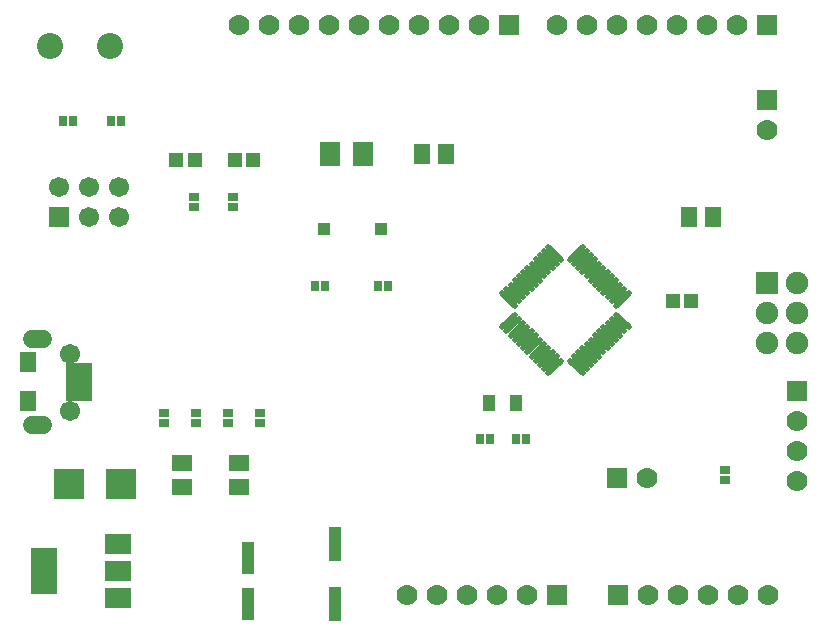
<source format=gts>
G04 ---------------------------- Layer name :TOP SOLDER LAYER*
G04 EasyEDA v5.5.14, Mon, 18 Jun 2018 23:09:04 GMT*
G04 84bf75b42abb48d08708263c728ca580*
G04 Gerber Generator version 0.2*
G04 Scale: 100 percent, Rotated: No, Reflected: No *
G04 Dimensions in inches *
G04 leading zeros omitted , absolute positions ,2 integer and 4 decimal *
%FSLAX24Y24*%
%MOIN*%
G90*
G70D02*

%ADD12C,0.019024*%
%ADD14R,0.047370X0.051307*%
%ADD15R,0.086740X0.025716*%
%ADD16R,0.055240X0.070992*%
%ADD17R,0.102500X0.102500*%
%ADD18R,0.033590X0.031620*%
%ADD19R,0.031620X0.033590*%
%ADD20R,0.039496X0.055240*%
%ADD21R,0.039496X0.106425*%
%ADD22R,0.071000X0.078900*%
%ADD23R,0.065870X0.053670*%
%ADD24R,0.053670X0.065870*%
%ADD25R,0.039496X0.118236*%
%ADD26R,0.086740X0.157606*%
%ADD27R,0.086740X0.067055*%
%ADD28R,0.070000X0.070000*%
%ADD29C,0.070000*%
%ADD30C,0.067055*%
%ADD31R,0.043700X0.043700*%
%ADD32C,0.086740*%
%ADD33C,0.067000*%
%ADD34R,0.067000X0.067000*%
%ADD35R,0.074929X0.074929*%
%ADD36C,0.074929*%
%ADD37C,0.059181*%

%LPD*%
G54D37*
G01X881Y6675D02*
G01X526Y6675D01*
G01X881Y9525D02*
G01X526Y9525D01*
G54D12*
G01X16187Y9926D02*
G01X16610Y10349D01*
G01X16327Y9786D02*
G01X16750Y10209D01*
G01X16466Y9647D02*
G01X16889Y10070D01*
G01X16605Y9508D02*
G01X17028Y9931D01*
G01X16744Y9369D02*
G01X17167Y9792D01*
G01X16883Y9230D02*
G01X17306Y9653D01*
G01X17023Y9091D02*
G01X17446Y9514D01*
G01X17162Y8951D02*
G01X17585Y9374D01*
G01X17301Y8812D02*
G01X17724Y9235D01*
G01X17440Y8673D02*
G01X17863Y9096D01*
G01X17579Y8534D02*
G01X18002Y8957D01*
G01X17719Y8395D02*
G01X18142Y8818D01*
G01X18442Y8818D02*
G01X18865Y8395D01*
G01X18582Y8957D02*
G01X19005Y8534D01*
G01X18721Y9096D02*
G01X19144Y8673D01*
G01X18860Y9235D02*
G01X19283Y8812D01*
G01X18999Y9374D02*
G01X19422Y8951D01*
G01X19138Y9514D02*
G01X19561Y9091D01*
G01X19278Y9653D02*
G01X19701Y9230D01*
G01X19417Y9792D02*
G01X19840Y9369D01*
G01X19556Y9931D02*
G01X19979Y9508D01*
G01X19695Y10070D02*
G01X20118Y9647D01*
G01X19834Y10209D02*
G01X20257Y9786D01*
G01X19974Y10349D02*
G01X20397Y9926D01*
G01X19974Y10649D02*
G01X20397Y11072D01*
G01X19834Y10789D02*
G01X20257Y11212D01*
G01X19695Y10928D02*
G01X20118Y11351D01*
G01X19556Y11067D02*
G01X19979Y11490D01*
G01X19417Y11206D02*
G01X19840Y11629D01*
G01X19278Y11345D02*
G01X19701Y11768D01*
G01X19138Y11485D02*
G01X19561Y11908D01*
G01X18999Y11624D02*
G01X19422Y12047D01*
G01X18860Y11763D02*
G01X19283Y12186D01*
G01X18721Y11902D02*
G01X19144Y12325D01*
G01X18582Y12041D02*
G01X19005Y12464D01*
G01X18442Y12181D02*
G01X18865Y12604D01*
G01X17719Y12604D02*
G01X18142Y12181D01*
G01X17579Y12464D02*
G01X18002Y12041D01*
G01X17440Y12325D02*
G01X17863Y11902D01*
G01X17301Y12186D02*
G01X17724Y11763D01*
G01X17162Y12047D02*
G01X17585Y11624D01*
G01X17023Y11908D02*
G01X17446Y11485D01*
G01X16883Y11768D02*
G01X17306Y11345D01*
G01X16744Y11629D02*
G01X17167Y11206D01*
G01X16605Y11490D02*
G01X17028Y11067D01*
G01X16466Y11351D02*
G01X16889Y10928D01*
G01X16327Y11212D02*
G01X16750Y10789D01*
G01X16187Y11072D02*
G01X16610Y10649D01*
G54D28*
G01X20000Y4900D03*
G54D29*
G01X21000Y4900D03*
G54D14*
G01X7894Y15500D03*
G01X7264Y15500D03*
G54D15*
G01X2075Y7592D03*
G01X2075Y7848D03*
G01X2075Y8104D03*
G01X2075Y8359D03*
G01X2075Y8615D03*
G54D16*
G01X378Y7471D03*
G01X384Y8762D03*
G54D30*
G01X1767Y9048D03*
G01X1767Y7142D03*
G54D28*
G01X25000Y17500D03*
G54D29*
G01X25000Y16500D03*
G54D17*
G01X3469Y4700D03*
G01X1730Y4700D03*
G54D29*
G01X25035Y1017D03*
G01X24035Y1017D03*
G01X23035Y1017D03*
G01X22035Y1017D03*
G01X21035Y1017D03*
G54D28*
G01X20035Y1017D03*
G54D18*
G01X4900Y7069D03*
G01X4900Y6736D03*
G01X7033Y7069D03*
G01X7033Y6736D03*
G01X8100Y7069D03*
G01X8100Y6736D03*
G54D19*
G01X12369Y11300D03*
G01X12035Y11300D03*
G01X9930Y11300D03*
G01X10264Y11300D03*
G54D31*
G01X12160Y13200D03*
G01X10239Y13200D03*
G54D19*
G01X15430Y6200D03*
G01X15764Y6200D03*
G01X16969Y6200D03*
G01X16635Y6200D03*
G54D20*
G01X15746Y7396D03*
G01X16657Y7396D03*
G54D21*
G01X7701Y700D03*
G01X7701Y2250D03*
G54D14*
G01X5306Y15499D03*
G01X5935Y15499D03*
G54D22*
G01X10450Y15700D03*
G01X11550Y15700D03*
G54D14*
G01X22493Y10800D03*
G01X21864Y10800D03*
G54D18*
G01X5900Y14269D03*
G01X5900Y13936D03*
G01X5966Y7069D03*
G01X5966Y6736D03*
G01X7200Y14269D03*
G01X7200Y13936D03*
G54D23*
G01X5500Y5399D03*
G01X5500Y4599D03*
G01X7400Y5399D03*
G01X7400Y4599D03*
G54D32*
G01X3100Y19300D03*
G01X1100Y19300D03*
G54D19*
G01X3130Y16800D03*
G01X3463Y16800D03*
G01X1530Y16800D03*
G01X1863Y16800D03*
G54D33*
G01X3400Y14600D03*
G01X2400Y14600D03*
G01X1400Y14600D03*
G01X3400Y13600D03*
G01X2400Y13600D03*
G54D34*
G01X1400Y13600D03*
G54D35*
G01X25000Y11400D03*
G54D36*
G01X26000Y11400D03*
G01X25000Y10400D03*
G01X26000Y10400D03*
G01X25000Y9400D03*
G01X26000Y9400D03*
G54D24*
G01X14300Y15700D03*
G01X13500Y15700D03*
G01X22400Y13599D03*
G01X23200Y13599D03*
G54D29*
G01X13000Y1000D03*
G01X14000Y1000D03*
G01X15000Y1000D03*
G01X16000Y1000D03*
G01X17000Y1000D03*
G54D28*
G01X18000Y1000D03*
G54D25*
G01X10601Y2700D03*
G01X10601Y700D03*
G54D28*
G01X26000Y7800D03*
G54D29*
G01X26000Y6800D03*
G01X26000Y5800D03*
G01X26000Y4800D03*
G54D18*
G01X23600Y5169D03*
G01X23600Y4836D03*
G54D28*
G01X25000Y20000D03*
G54D29*
G01X24000Y20000D03*
G01X23000Y20000D03*
G01X22000Y20000D03*
G01X21000Y20000D03*
G01X20000Y20000D03*
G01X19000Y20000D03*
G01X18000Y20000D03*
G01X7400Y20000D03*
G01X8400Y20000D03*
G01X9400Y20000D03*
G01X10400Y20000D03*
G01X11400Y20000D03*
G01X12400Y20000D03*
G01X13400Y20000D03*
G01X14400Y20000D03*
G01X15400Y20000D03*
G54D28*
G01X16400Y20000D03*
G54D26*
G01X900Y1800D03*
G54D27*
G01X3380Y1800D03*
G01X3380Y2705D03*
G01X3380Y894D03*
M00*
M02*

</source>
